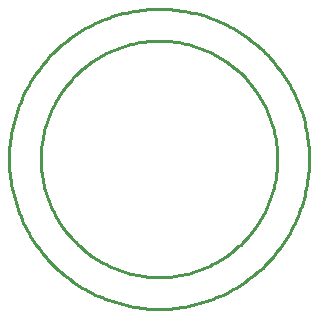
<source format=gbo>
G75*
%MOIN*%
%OFA0B0*%
%FSLAX25Y25*%
%IPPOS*%
%LPD*%
%AMOC8*
5,1,8,0,0,1.08239X$1,22.5*
%
%ADD10C,0.01000*%
D10*
X0012200Y0051600D02*
X0012212Y0052567D01*
X0012247Y0053533D01*
X0012307Y0054498D01*
X0012390Y0055462D01*
X0012496Y0056423D01*
X0012626Y0057381D01*
X0012780Y0058336D01*
X0012957Y0059287D01*
X0013157Y0060233D01*
X0013381Y0061173D01*
X0013627Y0062108D01*
X0013897Y0063037D01*
X0014189Y0063959D01*
X0014503Y0064873D01*
X0014840Y0065780D01*
X0015199Y0066678D01*
X0015580Y0067567D01*
X0015983Y0068446D01*
X0016407Y0069315D01*
X0016852Y0070173D01*
X0017319Y0071020D01*
X0017805Y0071856D01*
X0018313Y0072679D01*
X0018840Y0073489D01*
X0019387Y0074287D01*
X0019954Y0075071D01*
X0020539Y0075840D01*
X0021143Y0076595D01*
X0021766Y0077335D01*
X0022407Y0078059D01*
X0023065Y0078768D01*
X0023740Y0079460D01*
X0024432Y0080135D01*
X0025141Y0080793D01*
X0025865Y0081434D01*
X0026605Y0082057D01*
X0027360Y0082661D01*
X0028129Y0083246D01*
X0028913Y0083813D01*
X0029711Y0084360D01*
X0030521Y0084887D01*
X0031344Y0085395D01*
X0032180Y0085881D01*
X0033027Y0086348D01*
X0033885Y0086793D01*
X0034754Y0087217D01*
X0035633Y0087620D01*
X0036522Y0088001D01*
X0037420Y0088360D01*
X0038327Y0088697D01*
X0039241Y0089011D01*
X0040163Y0089303D01*
X0041092Y0089573D01*
X0042027Y0089819D01*
X0042967Y0090043D01*
X0043913Y0090243D01*
X0044864Y0090420D01*
X0045819Y0090574D01*
X0046777Y0090704D01*
X0047738Y0090810D01*
X0048702Y0090893D01*
X0049667Y0090953D01*
X0050633Y0090988D01*
X0051600Y0091000D01*
X0052567Y0090988D01*
X0053533Y0090953D01*
X0054498Y0090893D01*
X0055462Y0090810D01*
X0056423Y0090704D01*
X0057381Y0090574D01*
X0058336Y0090420D01*
X0059287Y0090243D01*
X0060233Y0090043D01*
X0061173Y0089819D01*
X0062108Y0089573D01*
X0063037Y0089303D01*
X0063959Y0089011D01*
X0064873Y0088697D01*
X0065780Y0088360D01*
X0066678Y0088001D01*
X0067567Y0087620D01*
X0068446Y0087217D01*
X0069315Y0086793D01*
X0070173Y0086348D01*
X0071020Y0085881D01*
X0071856Y0085395D01*
X0072679Y0084887D01*
X0073489Y0084360D01*
X0074287Y0083813D01*
X0075071Y0083246D01*
X0075840Y0082661D01*
X0076595Y0082057D01*
X0077335Y0081434D01*
X0078059Y0080793D01*
X0078768Y0080135D01*
X0079460Y0079460D01*
X0080135Y0078768D01*
X0080793Y0078059D01*
X0081434Y0077335D01*
X0082057Y0076595D01*
X0082661Y0075840D01*
X0083246Y0075071D01*
X0083813Y0074287D01*
X0084360Y0073489D01*
X0084887Y0072679D01*
X0085395Y0071856D01*
X0085881Y0071020D01*
X0086348Y0070173D01*
X0086793Y0069315D01*
X0087217Y0068446D01*
X0087620Y0067567D01*
X0088001Y0066678D01*
X0088360Y0065780D01*
X0088697Y0064873D01*
X0089011Y0063959D01*
X0089303Y0063037D01*
X0089573Y0062108D01*
X0089819Y0061173D01*
X0090043Y0060233D01*
X0090243Y0059287D01*
X0090420Y0058336D01*
X0090574Y0057381D01*
X0090704Y0056423D01*
X0090810Y0055462D01*
X0090893Y0054498D01*
X0090953Y0053533D01*
X0090988Y0052567D01*
X0091000Y0051600D01*
X0090988Y0050633D01*
X0090953Y0049667D01*
X0090893Y0048702D01*
X0090810Y0047738D01*
X0090704Y0046777D01*
X0090574Y0045819D01*
X0090420Y0044864D01*
X0090243Y0043913D01*
X0090043Y0042967D01*
X0089819Y0042027D01*
X0089573Y0041092D01*
X0089303Y0040163D01*
X0089011Y0039241D01*
X0088697Y0038327D01*
X0088360Y0037420D01*
X0088001Y0036522D01*
X0087620Y0035633D01*
X0087217Y0034754D01*
X0086793Y0033885D01*
X0086348Y0033027D01*
X0085881Y0032180D01*
X0085395Y0031344D01*
X0084887Y0030521D01*
X0084360Y0029711D01*
X0083813Y0028913D01*
X0083246Y0028129D01*
X0082661Y0027360D01*
X0082057Y0026605D01*
X0081434Y0025865D01*
X0080793Y0025141D01*
X0080135Y0024432D01*
X0079460Y0023740D01*
X0078768Y0023065D01*
X0078059Y0022407D01*
X0077335Y0021766D01*
X0076595Y0021143D01*
X0075840Y0020539D01*
X0075071Y0019954D01*
X0074287Y0019387D01*
X0073489Y0018840D01*
X0072679Y0018313D01*
X0071856Y0017805D01*
X0071020Y0017319D01*
X0070173Y0016852D01*
X0069315Y0016407D01*
X0068446Y0015983D01*
X0067567Y0015580D01*
X0066678Y0015199D01*
X0065780Y0014840D01*
X0064873Y0014503D01*
X0063959Y0014189D01*
X0063037Y0013897D01*
X0062108Y0013627D01*
X0061173Y0013381D01*
X0060233Y0013157D01*
X0059287Y0012957D01*
X0058336Y0012780D01*
X0057381Y0012626D01*
X0056423Y0012496D01*
X0055462Y0012390D01*
X0054498Y0012307D01*
X0053533Y0012247D01*
X0052567Y0012212D01*
X0051600Y0012200D01*
X0050633Y0012212D01*
X0049667Y0012247D01*
X0048702Y0012307D01*
X0047738Y0012390D01*
X0046777Y0012496D01*
X0045819Y0012626D01*
X0044864Y0012780D01*
X0043913Y0012957D01*
X0042967Y0013157D01*
X0042027Y0013381D01*
X0041092Y0013627D01*
X0040163Y0013897D01*
X0039241Y0014189D01*
X0038327Y0014503D01*
X0037420Y0014840D01*
X0036522Y0015199D01*
X0035633Y0015580D01*
X0034754Y0015983D01*
X0033885Y0016407D01*
X0033027Y0016852D01*
X0032180Y0017319D01*
X0031344Y0017805D01*
X0030521Y0018313D01*
X0029711Y0018840D01*
X0028913Y0019387D01*
X0028129Y0019954D01*
X0027360Y0020539D01*
X0026605Y0021143D01*
X0025865Y0021766D01*
X0025141Y0022407D01*
X0024432Y0023065D01*
X0023740Y0023740D01*
X0023065Y0024432D01*
X0022407Y0025141D01*
X0021766Y0025865D01*
X0021143Y0026605D01*
X0020539Y0027360D01*
X0019954Y0028129D01*
X0019387Y0028913D01*
X0018840Y0029711D01*
X0018313Y0030521D01*
X0017805Y0031344D01*
X0017319Y0032180D01*
X0016852Y0033027D01*
X0016407Y0033885D01*
X0015983Y0034754D01*
X0015580Y0035633D01*
X0015199Y0036522D01*
X0014840Y0037420D01*
X0014503Y0038327D01*
X0014189Y0039241D01*
X0013897Y0040163D01*
X0013627Y0041092D01*
X0013381Y0042027D01*
X0013157Y0042967D01*
X0012957Y0043913D01*
X0012780Y0044864D01*
X0012626Y0045819D01*
X0012496Y0046777D01*
X0012390Y0047738D01*
X0012307Y0048702D01*
X0012247Y0049667D01*
X0012212Y0050633D01*
X0012200Y0051600D01*
X0001600Y0051600D02*
X0001615Y0052827D01*
X0001660Y0054053D01*
X0001735Y0055278D01*
X0001841Y0056501D01*
X0001976Y0057721D01*
X0002141Y0058937D01*
X0002336Y0060148D01*
X0002561Y0061355D01*
X0002815Y0062555D01*
X0003098Y0063749D01*
X0003411Y0064936D01*
X0003753Y0066114D01*
X0004124Y0067284D01*
X0004523Y0068444D01*
X0004950Y0069595D01*
X0005406Y0070734D01*
X0005890Y0071862D01*
X0006401Y0072978D01*
X0006939Y0074081D01*
X0007504Y0075170D01*
X0008096Y0076245D01*
X0008714Y0077305D01*
X0009357Y0078350D01*
X0010027Y0079379D01*
X0010721Y0080390D01*
X0011440Y0081385D01*
X0012183Y0082362D01*
X0012949Y0083320D01*
X0013740Y0084259D01*
X0014552Y0085178D01*
X0015388Y0086077D01*
X0016245Y0086955D01*
X0017123Y0087812D01*
X0018022Y0088648D01*
X0018941Y0089460D01*
X0019880Y0090251D01*
X0020838Y0091017D01*
X0021815Y0091760D01*
X0022810Y0092479D01*
X0023821Y0093173D01*
X0024850Y0093843D01*
X0025895Y0094486D01*
X0026955Y0095104D01*
X0028030Y0095696D01*
X0029119Y0096261D01*
X0030222Y0096799D01*
X0031338Y0097310D01*
X0032466Y0097794D01*
X0033605Y0098250D01*
X0034756Y0098677D01*
X0035916Y0099076D01*
X0037086Y0099447D01*
X0038264Y0099789D01*
X0039451Y0100102D01*
X0040645Y0100385D01*
X0041845Y0100639D01*
X0043052Y0100864D01*
X0044263Y0101059D01*
X0045479Y0101224D01*
X0046699Y0101359D01*
X0047922Y0101465D01*
X0049147Y0101540D01*
X0050373Y0101585D01*
X0051600Y0101600D01*
X0052827Y0101585D01*
X0054053Y0101540D01*
X0055278Y0101465D01*
X0056501Y0101359D01*
X0057721Y0101224D01*
X0058937Y0101059D01*
X0060148Y0100864D01*
X0061355Y0100639D01*
X0062555Y0100385D01*
X0063749Y0100102D01*
X0064936Y0099789D01*
X0066114Y0099447D01*
X0067284Y0099076D01*
X0068444Y0098677D01*
X0069595Y0098250D01*
X0070734Y0097794D01*
X0071862Y0097310D01*
X0072978Y0096799D01*
X0074081Y0096261D01*
X0075170Y0095696D01*
X0076245Y0095104D01*
X0077305Y0094486D01*
X0078350Y0093843D01*
X0079379Y0093173D01*
X0080390Y0092479D01*
X0081385Y0091760D01*
X0082362Y0091017D01*
X0083320Y0090251D01*
X0084259Y0089460D01*
X0085178Y0088648D01*
X0086077Y0087812D01*
X0086955Y0086955D01*
X0087812Y0086077D01*
X0088648Y0085178D01*
X0089460Y0084259D01*
X0090251Y0083320D01*
X0091017Y0082362D01*
X0091760Y0081385D01*
X0092479Y0080390D01*
X0093173Y0079379D01*
X0093843Y0078350D01*
X0094486Y0077305D01*
X0095104Y0076245D01*
X0095696Y0075170D01*
X0096261Y0074081D01*
X0096799Y0072978D01*
X0097310Y0071862D01*
X0097794Y0070734D01*
X0098250Y0069595D01*
X0098677Y0068444D01*
X0099076Y0067284D01*
X0099447Y0066114D01*
X0099789Y0064936D01*
X0100102Y0063749D01*
X0100385Y0062555D01*
X0100639Y0061355D01*
X0100864Y0060148D01*
X0101059Y0058937D01*
X0101224Y0057721D01*
X0101359Y0056501D01*
X0101465Y0055278D01*
X0101540Y0054053D01*
X0101585Y0052827D01*
X0101600Y0051600D01*
X0101585Y0050373D01*
X0101540Y0049147D01*
X0101465Y0047922D01*
X0101359Y0046699D01*
X0101224Y0045479D01*
X0101059Y0044263D01*
X0100864Y0043052D01*
X0100639Y0041845D01*
X0100385Y0040645D01*
X0100102Y0039451D01*
X0099789Y0038264D01*
X0099447Y0037086D01*
X0099076Y0035916D01*
X0098677Y0034756D01*
X0098250Y0033605D01*
X0097794Y0032466D01*
X0097310Y0031338D01*
X0096799Y0030222D01*
X0096261Y0029119D01*
X0095696Y0028030D01*
X0095104Y0026955D01*
X0094486Y0025895D01*
X0093843Y0024850D01*
X0093173Y0023821D01*
X0092479Y0022810D01*
X0091760Y0021815D01*
X0091017Y0020838D01*
X0090251Y0019880D01*
X0089460Y0018941D01*
X0088648Y0018022D01*
X0087812Y0017123D01*
X0086955Y0016245D01*
X0086077Y0015388D01*
X0085178Y0014552D01*
X0084259Y0013740D01*
X0083320Y0012949D01*
X0082362Y0012183D01*
X0081385Y0011440D01*
X0080390Y0010721D01*
X0079379Y0010027D01*
X0078350Y0009357D01*
X0077305Y0008714D01*
X0076245Y0008096D01*
X0075170Y0007504D01*
X0074081Y0006939D01*
X0072978Y0006401D01*
X0071862Y0005890D01*
X0070734Y0005406D01*
X0069595Y0004950D01*
X0068444Y0004523D01*
X0067284Y0004124D01*
X0066114Y0003753D01*
X0064936Y0003411D01*
X0063749Y0003098D01*
X0062555Y0002815D01*
X0061355Y0002561D01*
X0060148Y0002336D01*
X0058937Y0002141D01*
X0057721Y0001976D01*
X0056501Y0001841D01*
X0055278Y0001735D01*
X0054053Y0001660D01*
X0052827Y0001615D01*
X0051600Y0001600D01*
X0050373Y0001615D01*
X0049147Y0001660D01*
X0047922Y0001735D01*
X0046699Y0001841D01*
X0045479Y0001976D01*
X0044263Y0002141D01*
X0043052Y0002336D01*
X0041845Y0002561D01*
X0040645Y0002815D01*
X0039451Y0003098D01*
X0038264Y0003411D01*
X0037086Y0003753D01*
X0035916Y0004124D01*
X0034756Y0004523D01*
X0033605Y0004950D01*
X0032466Y0005406D01*
X0031338Y0005890D01*
X0030222Y0006401D01*
X0029119Y0006939D01*
X0028030Y0007504D01*
X0026955Y0008096D01*
X0025895Y0008714D01*
X0024850Y0009357D01*
X0023821Y0010027D01*
X0022810Y0010721D01*
X0021815Y0011440D01*
X0020838Y0012183D01*
X0019880Y0012949D01*
X0018941Y0013740D01*
X0018022Y0014552D01*
X0017123Y0015388D01*
X0016245Y0016245D01*
X0015388Y0017123D01*
X0014552Y0018022D01*
X0013740Y0018941D01*
X0012949Y0019880D01*
X0012183Y0020838D01*
X0011440Y0021815D01*
X0010721Y0022810D01*
X0010027Y0023821D01*
X0009357Y0024850D01*
X0008714Y0025895D01*
X0008096Y0026955D01*
X0007504Y0028030D01*
X0006939Y0029119D01*
X0006401Y0030222D01*
X0005890Y0031338D01*
X0005406Y0032466D01*
X0004950Y0033605D01*
X0004523Y0034756D01*
X0004124Y0035916D01*
X0003753Y0037086D01*
X0003411Y0038264D01*
X0003098Y0039451D01*
X0002815Y0040645D01*
X0002561Y0041845D01*
X0002336Y0043052D01*
X0002141Y0044263D01*
X0001976Y0045479D01*
X0001841Y0046699D01*
X0001735Y0047922D01*
X0001660Y0049147D01*
X0001615Y0050373D01*
X0001600Y0051600D01*
M02*

</source>
